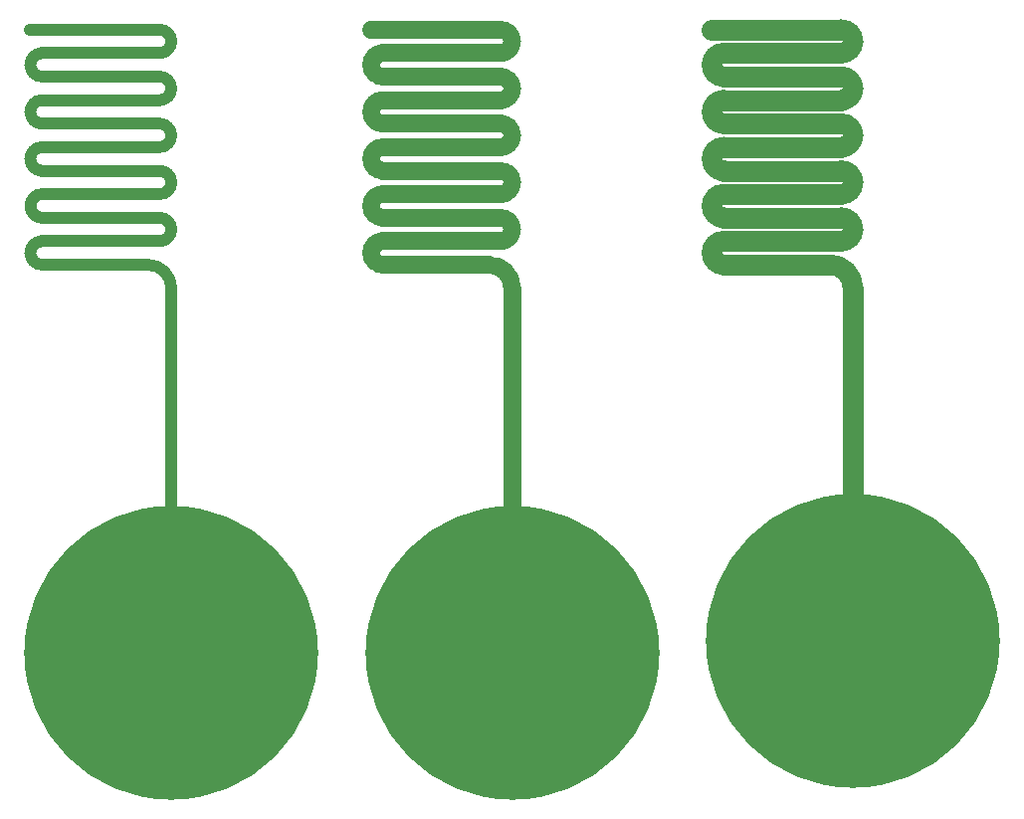
<source format=gbr>
G04 #@! TF.FileFunction,Copper,L1,Top,Signal*
%FSLAX46Y46*%
G04 Gerber Fmt 4.6, Leading zero omitted, Abs format (unit mm)*
G04 Created by KiCad (PCBNEW 4.0.6) date 08/22/19 14:34:58*
%MOMM*%
%LPD*%
G01*
G04 APERTURE LIST*
%ADD10C,0.100000*%
%ADD11C,1.000000*%
%ADD12C,1.500000*%
%ADD13C,1.750000*%
%ADD14C,25.000000*%
G04 APERTURE END LIST*
D10*
D11*
X147000000Y-50000000D02*
X136000000Y-50000000D01*
X147000000Y-64000000D02*
G75*
G03X148000000Y-63000000I0J1000000D01*
G01*
X148000000Y-63000000D02*
G75*
G03X147000000Y-62000000I-1000000J0D01*
G01*
X147000000Y-60000000D02*
G75*
G03X148000000Y-59000000I0J1000000D01*
G01*
X148000000Y-59000000D02*
G75*
G03X147000000Y-58000000I-1000000J0D01*
G01*
X147000000Y-56000000D02*
G75*
G03X148000000Y-55000000I0J1000000D01*
G01*
X148000000Y-55000000D02*
G75*
G03X147000000Y-54000000I-1000000J0D01*
G01*
X147000000Y-52000000D02*
G75*
G03X148000000Y-51000000I0J1000000D01*
G01*
X148000000Y-51000000D02*
G75*
G03X147000000Y-50000000I-1000000J0D01*
G01*
X137000000Y-52000000D02*
G75*
G03X136000000Y-53000000I0J-1000000D01*
G01*
X136000000Y-53000000D02*
G75*
G03X137000000Y-54000000I1000000J0D01*
G01*
X137000000Y-56000000D02*
G75*
G03X136000000Y-57000000I0J-1000000D01*
G01*
X136000000Y-57000000D02*
G75*
G03X137000000Y-58000000I1000000J0D01*
G01*
X137000000Y-60000000D02*
G75*
G03X136000000Y-61000000I0J-1000000D01*
G01*
X136000000Y-61000000D02*
G75*
G03X137000000Y-62000000I1000000J0D01*
G01*
X137000000Y-64000000D02*
G75*
G03X136000000Y-65000000I0J-1000000D01*
G01*
X136000000Y-65000000D02*
G75*
G03X137000000Y-66000000I1000000J0D01*
G01*
X137000000Y-52000000D02*
X147000000Y-52000000D01*
X137000000Y-54000000D02*
X147000000Y-54000000D01*
X137000000Y-56000000D02*
X147000000Y-56000000D01*
X137000000Y-58000000D02*
X147000000Y-58000000D01*
X137000000Y-60000000D02*
X147000000Y-60000000D01*
X137000000Y-62000000D02*
X147000000Y-62000000D01*
X137000000Y-64000000D02*
X147000000Y-64000000D01*
X147000000Y-66000000D02*
X137000000Y-66000000D01*
X137000000Y-68000000D02*
X147000000Y-68000000D01*
X146000000Y-70000000D02*
X137000000Y-70000000D01*
X148000000Y-67000000D02*
G75*
G03X147000000Y-66000000I-1000000J0D01*
G01*
X147000000Y-68000000D02*
G75*
G03X148000000Y-67000000I0J1000000D01*
G01*
X137000000Y-68000000D02*
G75*
G03X136000000Y-69000000I0J-1000000D01*
G01*
X136000000Y-69000000D02*
G75*
G03X137000000Y-70000000I1000000J0D01*
G01*
X148000000Y-72000000D02*
G75*
G03X146000000Y-70000000I-2000000J0D01*
G01*
X148000000Y-93000000D02*
X148000000Y-72000000D01*
D12*
X176000000Y-50000000D02*
X165000000Y-50000000D01*
X176000000Y-64000000D02*
G75*
G03X177000000Y-63000000I0J1000000D01*
G01*
X177000000Y-63000000D02*
G75*
G03X176000000Y-62000000I-1000000J0D01*
G01*
X176000000Y-60000000D02*
G75*
G03X177000000Y-59000000I0J1000000D01*
G01*
X177000000Y-59000000D02*
G75*
G03X176000000Y-58000000I-1000000J0D01*
G01*
X176000000Y-56000000D02*
G75*
G03X177000000Y-55000000I0J1000000D01*
G01*
X177000000Y-55000000D02*
G75*
G03X176000000Y-54000000I-1000000J0D01*
G01*
X176000000Y-52000000D02*
G75*
G03X177000000Y-51000000I0J1000000D01*
G01*
X177000000Y-51000000D02*
G75*
G03X176000000Y-50000000I-1000000J0D01*
G01*
X166000000Y-52000000D02*
G75*
G03X165000000Y-53000000I0J-1000000D01*
G01*
X165000000Y-53000000D02*
G75*
G03X166000000Y-54000000I1000000J0D01*
G01*
X166000000Y-56000000D02*
G75*
G03X165000000Y-57000000I0J-1000000D01*
G01*
X165000000Y-57000000D02*
G75*
G03X166000000Y-58000000I1000000J0D01*
G01*
X166000000Y-60000000D02*
G75*
G03X165000000Y-61000000I0J-1000000D01*
G01*
X165000000Y-61000000D02*
G75*
G03X166000000Y-62000000I1000000J0D01*
G01*
X166000000Y-64000000D02*
G75*
G03X165000000Y-65000000I0J-1000000D01*
G01*
X165000000Y-65000000D02*
G75*
G03X166000000Y-66000000I1000000J0D01*
G01*
X166000000Y-52000000D02*
X176000000Y-52000000D01*
X166000000Y-54000000D02*
X176000000Y-54000000D01*
X166000000Y-56000000D02*
X176000000Y-56000000D01*
X166000000Y-58000000D02*
X176000000Y-58000000D01*
X166000000Y-60000000D02*
X176000000Y-60000000D01*
X166000000Y-62000000D02*
X176000000Y-62000000D01*
X166000000Y-64000000D02*
X176000000Y-64000000D01*
X176000000Y-66000000D02*
X166000000Y-66000000D01*
X166000000Y-68000000D02*
X176000000Y-68000000D01*
X175000000Y-70000000D02*
X166000000Y-70000000D01*
X177000000Y-67000000D02*
G75*
G03X176000000Y-66000000I-1000000J0D01*
G01*
X176000000Y-68000000D02*
G75*
G03X177000000Y-67000000I0J1000000D01*
G01*
X166000000Y-68000000D02*
G75*
G03X165000000Y-69000000I0J-1000000D01*
G01*
X165000000Y-69000000D02*
G75*
G03X166000000Y-70000000I1000000J0D01*
G01*
X177000000Y-72000000D02*
G75*
G03X175000000Y-70000000I-2000000J0D01*
G01*
X177000000Y-93000000D02*
X177000000Y-72000000D01*
D13*
X205000000Y-50000000D02*
X194000000Y-50000000D01*
X205000000Y-64000000D02*
G75*
G03X206000000Y-63000000I0J1000000D01*
G01*
X206000000Y-63000000D02*
G75*
G03X205000000Y-62000000I-1000000J0D01*
G01*
X205000000Y-60000000D02*
G75*
G03X206000000Y-59000000I0J1000000D01*
G01*
X206000000Y-59000000D02*
G75*
G03X205000000Y-58000000I-1000000J0D01*
G01*
X205000000Y-56000000D02*
G75*
G03X206000000Y-55000000I0J1000000D01*
G01*
X206000000Y-55000000D02*
G75*
G03X205000000Y-54000000I-1000000J0D01*
G01*
X205000000Y-52000000D02*
G75*
G03X206000000Y-51000000I0J1000000D01*
G01*
X206000000Y-51000000D02*
G75*
G03X205000000Y-50000000I-1000000J0D01*
G01*
X195000000Y-52000000D02*
G75*
G03X194000000Y-53000000I0J-1000000D01*
G01*
X194000000Y-53000000D02*
G75*
G03X195000000Y-54000000I1000000J0D01*
G01*
X195000000Y-56000000D02*
G75*
G03X194000000Y-57000000I0J-1000000D01*
G01*
X194000000Y-57000000D02*
G75*
G03X195000000Y-58000000I1000000J0D01*
G01*
X195000000Y-60000000D02*
G75*
G03X194000000Y-61000000I0J-1000000D01*
G01*
X194000000Y-61000000D02*
G75*
G03X195000000Y-62000000I1000000J0D01*
G01*
X195000000Y-64000000D02*
G75*
G03X194000000Y-65000000I0J-1000000D01*
G01*
X194000000Y-65000000D02*
G75*
G03X195000000Y-66000000I1000000J0D01*
G01*
X195000000Y-52000000D02*
X205000000Y-52000000D01*
X195000000Y-54000000D02*
X205000000Y-54000000D01*
X195000000Y-56000000D02*
X205000000Y-56000000D01*
X195000000Y-58000000D02*
X205000000Y-58000000D01*
X195000000Y-60000000D02*
X205000000Y-60000000D01*
X195000000Y-62000000D02*
X205000000Y-62000000D01*
X195000000Y-64000000D02*
X205000000Y-64000000D01*
X205000000Y-66000000D02*
X195000000Y-66000000D01*
X195000000Y-68000000D02*
X205000000Y-68000000D01*
X204000000Y-70000000D02*
X195000000Y-70000000D01*
X206000000Y-67000000D02*
G75*
G03X205000000Y-66000000I-1000000J0D01*
G01*
X205000000Y-68000000D02*
G75*
G03X206000000Y-67000000I0J1000000D01*
G01*
X195000000Y-68000000D02*
G75*
G03X194000000Y-69000000I0J-1000000D01*
G01*
X194000000Y-69000000D02*
G75*
G03X195000000Y-70000000I1000000J0D01*
G01*
X206000000Y-72000000D02*
G75*
G03X204000000Y-70000000I-2000000J0D01*
G01*
X206000000Y-93000000D02*
X206000000Y-72000000D01*
D14*
X206000000Y-102000000D03*
X177000000Y-103000000D03*
X148000000Y-103000000D03*
M02*

</source>
